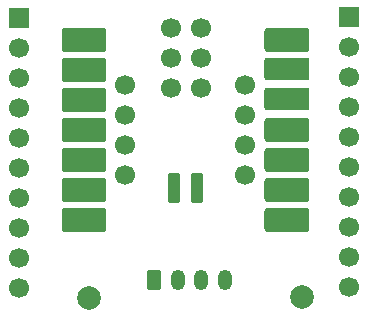
<source format=gbr>
%TF.GenerationSoftware,KiCad,Pcbnew,9.0.2*%
%TF.CreationDate,2025-06-04T21:23:03+09:00*%
%TF.ProjectId,rp2350-motor-board,72703233-3530-42d6-9d6f-746f722d626f,rev?*%
%TF.SameCoordinates,Original*%
%TF.FileFunction,Soldermask,Top*%
%TF.FilePolarity,Negative*%
%FSLAX46Y46*%
G04 Gerber Fmt 4.6, Leading zero omitted, Abs format (unit mm)*
G04 Created by KiCad (PCBNEW 9.0.2) date 2025-06-04 21:23:03*
%MOMM*%
%LPD*%
G01*
G04 APERTURE LIST*
G04 Aperture macros list*
%AMRoundRect*
0 Rectangle with rounded corners*
0 $1 Rounding radius*
0 $2 $3 $4 $5 $6 $7 $8 $9 X,Y pos of 4 corners*
0 Add a 4 corners polygon primitive as box body*
4,1,4,$2,$3,$4,$5,$6,$7,$8,$9,$2,$3,0*
0 Add four circle primitives for the rounded corners*
1,1,$1+$1,$2,$3*
1,1,$1+$1,$4,$5*
1,1,$1+$1,$6,$7*
1,1,$1+$1,$8,$9*
0 Add four rect primitives between the rounded corners*
20,1,$1+$1,$2,$3,$4,$5,0*
20,1,$1+$1,$4,$5,$6,$7,0*
20,1,$1+$1,$6,$7,$8,$9,0*
20,1,$1+$1,$8,$9,$2,$3,0*%
G04 Aperture macros list end*
%ADD10R,1.700000X1.700000*%
%ADD11C,1.700000*%
%ADD12RoundRect,0.250000X-0.350000X-0.625000X0.350000X-0.625000X0.350000X0.625000X-0.350000X0.625000X0*%
%ADD13O,1.200000X1.750000*%
%ADD14RoundRect,0.202000X1.685500X0.808000X-1.685500X0.808000X-1.685500X-0.808000X1.685500X-0.808000X0*%
%ADD15RoundRect,0.200000X1.687500X0.800000X-1.687500X0.800000X-1.687500X-0.800000X1.687500X-0.800000X0*%
%ADD16RoundRect,0.200000X-1.705000X-0.800000X1.705000X-0.800000X1.705000X0.800000X-1.705000X0.800000X0*%
%ADD17RoundRect,0.194000X-1.711000X-0.776000X1.711000X-0.776000X1.711000X0.776000X-1.711000X0.776000X0*%
%ADD18RoundRect,0.188000X-1.717000X-0.752000X1.717000X-0.752000X1.717000X0.752000X-1.717000X0.752000X0*%
%ADD19RoundRect,0.110000X-0.440000X1.140000X-0.440000X-1.140000X0.440000X-1.140000X0.440000X1.140000X0*%
%ADD20C,2.000000*%
G04 APERTURE END LIST*
D10*
%TO.C,J2*%
X30480000Y28700000D03*
D11*
X30480000Y26160000D03*
X30480000Y23620000D03*
X30480000Y21080000D03*
X30480000Y18540000D03*
X30480000Y16000000D03*
X30480000Y13460000D03*
X30480000Y10920000D03*
X30480000Y8380000D03*
X30480000Y5840000D03*
%TD*%
D12*
%TO.C,Grove1*%
X14000000Y6450000D03*
D13*
X16000000Y6450000D03*
X18000000Y6450000D03*
X20000000Y6450000D03*
%TD*%
D10*
%TO.C,J1*%
X2540000Y28660000D03*
D11*
X2540000Y26120000D03*
X2540000Y23580000D03*
X2540000Y21040000D03*
X2540000Y18500000D03*
X2540000Y15960000D03*
X2540000Y13420000D03*
X2540000Y10880000D03*
X2540000Y8340000D03*
X2540000Y5800000D03*
%TD*%
D14*
%TO.C,U2*%
X8064006Y26800000D03*
D15*
X8064006Y24270000D03*
X8064006Y21730000D03*
X8064006Y19190000D03*
X8064006Y16650000D03*
X8064006Y14110000D03*
X8064006Y11570000D03*
D16*
X25271506Y11570000D03*
X25271506Y14110000D03*
X25271506Y16650000D03*
X25271506Y19190000D03*
D17*
X25271506Y21760000D03*
D18*
X25271506Y24330000D03*
D16*
X25271506Y26810000D03*
D11*
X21660000Y23000000D03*
X21660000Y20460000D03*
X21660000Y17920000D03*
X21660000Y15380000D03*
X11500000Y15380000D03*
X11500000Y17920000D03*
X11500000Y20460000D03*
X11500000Y23000000D03*
X15389006Y27840000D03*
X15389006Y25300000D03*
X15389006Y22760000D03*
X17929006Y22760000D03*
X17929006Y25300000D03*
X17929006Y27840000D03*
D19*
X15659006Y14215189D03*
X17659006Y14215189D03*
%TD*%
D20*
%TO.C,U1*%
X26500000Y5000000D03*
%TD*%
%TO.C,U3*%
X8500000Y4970000D03*
%TD*%
M02*

</source>
